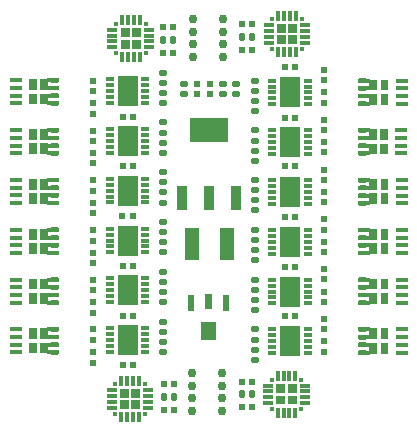
<source format=gbp>
G04*
G04 #@! TF.GenerationSoftware,Altium Limited,Altium Designer,24.6.1 (21)*
G04*
G04 Layer_Color=128*
%FSLAX44Y44*%
%MOMM*%
G71*
G04*
G04 #@! TF.SameCoordinates,C8D772FE-2820-431E-A14A-531BD9A9DE4E*
G04*
G04*
G04 #@! TF.FilePolarity,Positive*
G04*
G01*
G75*
G04:AMPARAMS|DCode=13|XSize=0.4mm|YSize=0.95mm|CornerRadius=0.074mm|HoleSize=0mm|Usage=FLASHONLY|Rotation=90.000|XOffset=0mm|YOffset=0mm|HoleType=Round|Shape=RoundedRectangle|*
%AMROUNDEDRECTD13*
21,1,0.4000,0.8020,0,0,90.0*
21,1,0.2520,0.9500,0,0,90.0*
1,1,0.1480,0.4010,0.1260*
1,1,0.1480,0.4010,-0.1260*
1,1,0.1480,-0.4010,-0.1260*
1,1,0.1480,-0.4010,0.1260*
%
%ADD13ROUNDEDRECTD13*%
%ADD17R,0.5600X0.6000*%
%ADD46R,0.8000X0.3000*%
%ADD47R,1.7500X2.5500*%
%ADD48R,1.2400X2.7300*%
%ADD49R,0.9500X2.1500*%
%ADD50R,3.2500X2.1500*%
G04:AMPARAMS|DCode=51|XSize=0.6mm|YSize=0.54mm|CornerRadius=0.1431mm|HoleSize=0mm|Usage=FLASHONLY|Rotation=0.000|XOffset=0mm|YOffset=0mm|HoleType=Round|Shape=RoundedRectangle|*
%AMROUNDEDRECTD51*
21,1,0.6000,0.2538,0,0,0.0*
21,1,0.3138,0.5400,0,0,0.0*
1,1,0.2862,0.1569,-0.1269*
1,1,0.2862,-0.1569,-0.1269*
1,1,0.2862,-0.1569,0.1269*
1,1,0.2862,0.1569,0.1269*
%
%ADD51ROUNDEDRECTD51*%
%ADD52R,0.6000X0.5600*%
%ADD53R,0.5700X1.4000*%
%ADD56R,0.3000X0.9000*%
%ADD57R,0.3000X0.3000*%
%ADD58R,0.9000X0.3000*%
G04:AMPARAMS|DCode=59|XSize=0.6mm|YSize=0.54mm|CornerRadius=0.1431mm|HoleSize=0mm|Usage=FLASHONLY|Rotation=270.000|XOffset=0mm|YOffset=0mm|HoleType=Round|Shape=RoundedRectangle|*
%AMROUNDEDRECTD59*
21,1,0.6000,0.2538,0,0,270.0*
21,1,0.3138,0.5400,0,0,270.0*
1,1,0.2862,-0.1269,-0.1569*
1,1,0.2862,-0.1269,0.1569*
1,1,0.2862,0.1269,0.1569*
1,1,0.2862,0.1269,-0.1569*
%
%ADD59ROUNDEDRECTD59*%
%ADD60C,0.7620*%
G36*
X278000Y364250D02*
X270501D01*
Y371759D01*
X278000D01*
Y364250D01*
D02*
G37*
G36*
X268500D02*
X260993D01*
Y371757D01*
X268500D01*
Y364250D01*
D02*
G37*
G36*
X145576Y360339D02*
X138063D01*
Y367837D01*
X145576D01*
Y360339D01*
D02*
G37*
G36*
X136061Y360338D02*
X128563D01*
Y367837D01*
X136061D01*
Y360338D01*
D02*
G37*
G36*
X278000Y354750D02*
X270501D01*
Y362249D01*
X278000D01*
Y354750D01*
D02*
G37*
G36*
X268500D02*
X260986D01*
Y362248D01*
X268500D01*
Y354750D01*
D02*
G37*
G36*
X145569Y350830D02*
X138063D01*
Y358337D01*
X145569D01*
Y350830D01*
D02*
G37*
G36*
X136061Y350828D02*
X128563D01*
Y358337D01*
X136061D01*
Y350828D01*
D02*
G37*
G36*
X75348Y325843D02*
X75388Y325833D01*
X75418D01*
X75458Y325823D01*
X75488Y325803D01*
X75518Y325793D01*
X75558Y325773D01*
X75588Y325763D01*
X75618Y325743D01*
X75648Y325723D01*
X75678Y325693D01*
X75708Y325673D01*
X75728Y325643D01*
X75758Y325623D01*
X75778Y325593D01*
X75808Y325563D01*
X75828Y325533D01*
X75848Y325503D01*
X75858Y325473D01*
X75878Y325433D01*
X75888Y325403D01*
X75908Y325373D01*
X75918Y325333D01*
Y325303D01*
X75928Y325263D01*
X75938Y325223D01*
Y322483D01*
X75928Y322443D01*
X75918Y322403D01*
Y322373D01*
X75908Y322333D01*
X75888Y322303D01*
X75878Y322273D01*
X75858Y322233D01*
X75848Y322203D01*
X75828Y322173D01*
X75808Y322143D01*
X75778Y322113D01*
X75758Y322083D01*
X75728Y322063D01*
X75708Y322033D01*
X75678Y322013D01*
X75648Y321983D01*
X75618Y321963D01*
X75588Y321943D01*
X75558Y321933D01*
X75518Y321913D01*
X75488Y321903D01*
X75458Y321883D01*
X75418Y321873D01*
X75388D01*
X75348Y321863D01*
X75308Y321853D01*
X69938D01*
Y325853D01*
X75308D01*
X75348Y325843D01*
D02*
G37*
G36*
X336092Y321677D02*
X330722D01*
X330682Y321687D01*
X330642Y321697D01*
X330612D01*
X330572Y321707D01*
X330542Y321727D01*
X330512Y321737D01*
X330472Y321757D01*
X330442Y321767D01*
X330412Y321787D01*
X330382Y321807D01*
X330352Y321837D01*
X330322Y321857D01*
X330302Y321887D01*
X330272Y321907D01*
X330252Y321937D01*
X330222Y321967D01*
X330202Y321997D01*
X330182Y322027D01*
X330172Y322057D01*
X330152Y322097D01*
X330142Y322127D01*
X330122Y322157D01*
X330112Y322197D01*
Y322227D01*
X330102Y322267D01*
X330092Y322307D01*
Y325047D01*
X330102Y325087D01*
X330112Y325127D01*
Y325157D01*
X330122Y325197D01*
X330142Y325227D01*
X330152Y325257D01*
X330172Y325297D01*
X330182Y325327D01*
X330202Y325357D01*
X330222Y325387D01*
X330252Y325417D01*
X330272Y325447D01*
X330302Y325467D01*
X330322Y325497D01*
X330352Y325517D01*
X330382Y325547D01*
X330412Y325567D01*
X330442Y325587D01*
X330472Y325597D01*
X330512Y325617D01*
X330542Y325627D01*
X330572Y325647D01*
X330612Y325657D01*
X330642D01*
X330682Y325667D01*
X330722Y325677D01*
X336092D01*
Y321677D01*
D02*
G37*
G36*
X67038Y315603D02*
X60438D01*
Y324703D01*
X67038D01*
Y315603D01*
D02*
G37*
G36*
X57438D02*
X50838D01*
Y324703D01*
X57438D01*
Y315603D01*
D02*
G37*
G36*
X355192Y315427D02*
X348592D01*
Y324527D01*
X355192D01*
Y315427D01*
D02*
G37*
G36*
X345592D02*
X338992D01*
Y324527D01*
X345592D01*
Y315427D01*
D02*
G37*
G36*
X75348Y319343D02*
X75388Y319333D01*
X75418D01*
X75458Y319323D01*
X75488Y319303D01*
X75518Y319293D01*
X75558Y319273D01*
X75588Y319263D01*
X75618Y319243D01*
X75648Y319223D01*
X75678Y319193D01*
X75708Y319173D01*
X75728Y319143D01*
X75758Y319123D01*
X75778Y319093D01*
X75808Y319063D01*
X75828Y319033D01*
X75848Y319003D01*
X75858Y318973D01*
X75878Y318933D01*
X75888Y318903D01*
X75908Y318873D01*
X75918Y318833D01*
Y318803D01*
X75928Y318763D01*
X75938Y318723D01*
Y315983D01*
X75928Y315943D01*
X75918Y315903D01*
Y315873D01*
X75908Y315833D01*
X75888Y315803D01*
X75878Y315773D01*
X75858Y315733D01*
X75848Y315703D01*
X75828Y315673D01*
X75808Y315643D01*
X75778Y315613D01*
X75758Y315583D01*
X75728Y315563D01*
X75708Y315533D01*
X75678Y315513D01*
X75648Y315483D01*
X75618Y315463D01*
X75588Y315443D01*
X75558Y315433D01*
X75518Y315413D01*
X75488Y315403D01*
X75458Y315383D01*
X75418Y315373D01*
X75388D01*
X75348Y315363D01*
X75308Y315353D01*
X69938D01*
Y319353D01*
X75308D01*
X75348Y319343D01*
D02*
G37*
G36*
X336092Y315177D02*
X330722D01*
X330682Y315187D01*
X330642Y315197D01*
X330612D01*
X330572Y315207D01*
X330542Y315227D01*
X330512Y315237D01*
X330472Y315257D01*
X330442Y315267D01*
X330412Y315287D01*
X330382Y315307D01*
X330352Y315337D01*
X330322Y315357D01*
X330302Y315387D01*
X330272Y315407D01*
X330252Y315437D01*
X330222Y315467D01*
X330202Y315497D01*
X330182Y315527D01*
X330172Y315557D01*
X330152Y315597D01*
X330142Y315627D01*
X330122Y315657D01*
X330112Y315697D01*
Y315727D01*
X330102Y315767D01*
X330092Y315807D01*
Y318547D01*
X330102Y318587D01*
X330112Y318627D01*
Y318657D01*
X330122Y318697D01*
X330142Y318727D01*
X330152Y318757D01*
X330172Y318797D01*
X330182Y318827D01*
X330202Y318857D01*
X330222Y318887D01*
X330252Y318917D01*
X330272Y318947D01*
X330302Y318967D01*
X330322Y318997D01*
X330352Y319017D01*
X330382Y319047D01*
X330412Y319067D01*
X330442Y319087D01*
X330472Y319097D01*
X330512Y319117D01*
X330542Y319127D01*
X330572Y319147D01*
X330612Y319157D01*
X330642D01*
X330682Y319167D01*
X330722Y319177D01*
X336092D01*
Y315177D01*
D02*
G37*
G36*
X75348Y312843D02*
X75388Y312833D01*
X75418D01*
X75458Y312823D01*
X75488Y312803D01*
X75518Y312793D01*
X75558Y312773D01*
X75588Y312763D01*
X75618Y312743D01*
X75648Y312723D01*
X75678Y312693D01*
X75708Y312673D01*
X75728Y312643D01*
X75758Y312623D01*
X75778Y312593D01*
X75808Y312563D01*
X75828Y312533D01*
X75848Y312503D01*
X75858Y312473D01*
X75878Y312433D01*
X75888Y312403D01*
X75908Y312373D01*
X75918Y312333D01*
Y312303D01*
X75928Y312263D01*
X75938Y312223D01*
Y309483D01*
X75928Y309443D01*
X75918Y309403D01*
Y309373D01*
X75908Y309333D01*
X75888Y309303D01*
X75878Y309273D01*
X75858Y309233D01*
X75848Y309203D01*
X75828Y309173D01*
X75808Y309143D01*
X75778Y309113D01*
X75758Y309083D01*
X75728Y309063D01*
X75708Y309033D01*
X75678Y309013D01*
X75648Y308983D01*
X75618Y308963D01*
X75588Y308943D01*
X75558Y308933D01*
X75518Y308913D01*
X75488Y308903D01*
X75458Y308883D01*
X75418Y308873D01*
X75388D01*
X75348Y308863D01*
X75308Y308853D01*
X69938D01*
Y312853D01*
X75308D01*
X75348Y312843D01*
D02*
G37*
G36*
X336092Y308677D02*
X330722D01*
X330682Y308687D01*
X330642Y308697D01*
X330612D01*
X330572Y308707D01*
X330542Y308727D01*
X330512Y308737D01*
X330472Y308757D01*
X330442Y308767D01*
X330412Y308787D01*
X330382Y308807D01*
X330352Y308837D01*
X330322Y308857D01*
X330302Y308887D01*
X330272Y308907D01*
X330252Y308937D01*
X330222Y308967D01*
X330202Y308997D01*
X330182Y309027D01*
X330172Y309057D01*
X330152Y309097D01*
X330142Y309127D01*
X330122Y309157D01*
X330112Y309197D01*
Y309227D01*
X330102Y309267D01*
X330092Y309307D01*
Y312047D01*
X330102Y312087D01*
X330112Y312127D01*
Y312157D01*
X330122Y312197D01*
X330142Y312227D01*
X330152Y312257D01*
X330172Y312297D01*
X330182Y312327D01*
X330202Y312357D01*
X330222Y312387D01*
X330252Y312417D01*
X330272Y312447D01*
X330302Y312467D01*
X330322Y312497D01*
X330352Y312517D01*
X330382Y312547D01*
X330412Y312567D01*
X330442Y312587D01*
X330472Y312597D01*
X330512Y312617D01*
X330542Y312627D01*
X330572Y312647D01*
X330612Y312657D01*
X330642D01*
X330682Y312667D01*
X330722Y312677D01*
X336092D01*
Y308677D01*
D02*
G37*
G36*
X67038Y303503D02*
X60438D01*
Y312603D01*
X67038D01*
Y303503D01*
D02*
G37*
G36*
X57438D02*
X50838D01*
Y312603D01*
X57438D01*
Y303503D01*
D02*
G37*
G36*
X355192Y303327D02*
X348592D01*
Y312427D01*
X355192D01*
Y303327D01*
D02*
G37*
G36*
X345592D02*
X338992D01*
Y312427D01*
X345592D01*
Y303327D01*
D02*
G37*
G36*
X75348Y306343D02*
X75388Y306333D01*
X75418D01*
X75458Y306323D01*
X75488Y306303D01*
X75518Y306293D01*
X75558Y306273D01*
X75588Y306263D01*
X75618Y306243D01*
X75648Y306223D01*
X75678Y306193D01*
X75708Y306173D01*
X75728Y306143D01*
X75758Y306123D01*
X75778Y306093D01*
X75808Y306063D01*
X75828Y306033D01*
X75848Y306003D01*
X75858Y305973D01*
X75878Y305933D01*
X75888Y305903D01*
X75908Y305873D01*
X75918Y305833D01*
Y305803D01*
X75928Y305763D01*
X75938Y305723D01*
Y302983D01*
X75928Y302943D01*
X75918Y302903D01*
Y302873D01*
X75908Y302833D01*
X75888Y302803D01*
X75878Y302773D01*
X75858Y302733D01*
X75848Y302703D01*
X75828Y302673D01*
X75808Y302643D01*
X75778Y302613D01*
X75758Y302583D01*
X75728Y302563D01*
X75708Y302533D01*
X75678Y302513D01*
X75648Y302483D01*
X75618Y302463D01*
X75588Y302443D01*
X75558Y302433D01*
X75518Y302413D01*
X75488Y302403D01*
X75458Y302383D01*
X75418Y302373D01*
X75388D01*
X75348Y302363D01*
X75308Y302353D01*
X69938D01*
Y306353D01*
X75308D01*
X75348Y306343D01*
D02*
G37*
G36*
X336092Y302177D02*
X330722D01*
X330682Y302187D01*
X330642Y302197D01*
X330612D01*
X330572Y302207D01*
X330542Y302227D01*
X330512Y302237D01*
X330472Y302257D01*
X330442Y302267D01*
X330412Y302287D01*
X330382Y302307D01*
X330352Y302337D01*
X330322Y302357D01*
X330302Y302387D01*
X330272Y302407D01*
X330252Y302437D01*
X330222Y302467D01*
X330202Y302497D01*
X330182Y302527D01*
X330172Y302557D01*
X330152Y302597D01*
X330142Y302627D01*
X330122Y302657D01*
X330112Y302697D01*
Y302727D01*
X330102Y302767D01*
X330092Y302807D01*
Y305547D01*
X330102Y305587D01*
X330112Y305627D01*
Y305657D01*
X330122Y305697D01*
X330142Y305727D01*
X330152Y305757D01*
X330172Y305797D01*
X330182Y305827D01*
X330202Y305857D01*
X330222Y305887D01*
X330252Y305917D01*
X330272Y305947D01*
X330302Y305967D01*
X330322Y305997D01*
X330352Y306017D01*
X330382Y306047D01*
X330412Y306067D01*
X330442Y306087D01*
X330472Y306097D01*
X330512Y306117D01*
X330542Y306127D01*
X330572Y306147D01*
X330612Y306157D01*
X330642D01*
X330682Y306167D01*
X330722Y306177D01*
X336092D01*
Y302177D01*
D02*
G37*
G36*
X75348Y283702D02*
X75388Y283692D01*
X75418D01*
X75458Y283682D01*
X75488Y283662D01*
X75518Y283652D01*
X75558Y283632D01*
X75588Y283622D01*
X75618Y283602D01*
X75648Y283582D01*
X75678Y283552D01*
X75708Y283532D01*
X75728Y283502D01*
X75758Y283482D01*
X75778Y283452D01*
X75808Y283422D01*
X75828Y283392D01*
X75848Y283362D01*
X75858Y283332D01*
X75878Y283292D01*
X75888Y283262D01*
X75908Y283232D01*
X75918Y283192D01*
Y283162D01*
X75928Y283122D01*
X75938Y283082D01*
Y280342D01*
X75928Y280302D01*
X75918Y280262D01*
Y280232D01*
X75908Y280192D01*
X75888Y280162D01*
X75878Y280132D01*
X75858Y280092D01*
X75848Y280062D01*
X75828Y280032D01*
X75808Y280002D01*
X75778Y279972D01*
X75758Y279942D01*
X75728Y279922D01*
X75708Y279892D01*
X75678Y279872D01*
X75648Y279842D01*
X75618Y279822D01*
X75588Y279802D01*
X75558Y279792D01*
X75518Y279772D01*
X75488Y279762D01*
X75458Y279742D01*
X75418Y279732D01*
X75388D01*
X75348Y279722D01*
X75308Y279712D01*
X69938D01*
Y283712D01*
X75308D01*
X75348Y283702D01*
D02*
G37*
G36*
X335843Y279536D02*
X330473D01*
X330433Y279546D01*
X330393Y279556D01*
X330363D01*
X330323Y279566D01*
X330293Y279586D01*
X330263Y279596D01*
X330223Y279616D01*
X330193Y279626D01*
X330163Y279646D01*
X330133Y279666D01*
X330103Y279696D01*
X330073Y279716D01*
X330053Y279746D01*
X330023Y279766D01*
X330003Y279796D01*
X329973Y279826D01*
X329953Y279856D01*
X329933Y279886D01*
X329923Y279916D01*
X329903Y279956D01*
X329893Y279986D01*
X329873Y280016D01*
X329863Y280056D01*
Y280086D01*
X329853Y280126D01*
X329843Y280166D01*
Y282906D01*
X329853Y282946D01*
X329863Y282986D01*
Y283016D01*
X329873Y283056D01*
X329893Y283086D01*
X329903Y283116D01*
X329923Y283156D01*
X329933Y283186D01*
X329953Y283216D01*
X329973Y283246D01*
X330003Y283276D01*
X330023Y283306D01*
X330053Y283326D01*
X330073Y283356D01*
X330103Y283376D01*
X330133Y283406D01*
X330163Y283426D01*
X330193Y283446D01*
X330223Y283456D01*
X330263Y283476D01*
X330293Y283486D01*
X330323Y283506D01*
X330363Y283516D01*
X330393D01*
X330433Y283526D01*
X330473Y283536D01*
X335843D01*
Y279536D01*
D02*
G37*
G36*
X67038Y273462D02*
X60438D01*
Y282562D01*
X67038D01*
Y273462D01*
D02*
G37*
G36*
X57438D02*
X50838D01*
Y282562D01*
X57438D01*
Y273462D01*
D02*
G37*
G36*
X354943Y273286D02*
X348343D01*
Y282386D01*
X354943D01*
Y273286D01*
D02*
G37*
G36*
X345343D02*
X338743D01*
Y282386D01*
X345343D01*
Y273286D01*
D02*
G37*
G36*
X75348Y277202D02*
X75388Y277192D01*
X75418D01*
X75458Y277182D01*
X75488Y277162D01*
X75518Y277152D01*
X75558Y277132D01*
X75588Y277122D01*
X75618Y277102D01*
X75648Y277082D01*
X75678Y277052D01*
X75708Y277032D01*
X75728Y277002D01*
X75758Y276982D01*
X75778Y276952D01*
X75808Y276922D01*
X75828Y276892D01*
X75848Y276862D01*
X75858Y276832D01*
X75878Y276792D01*
X75888Y276762D01*
X75908Y276732D01*
X75918Y276692D01*
Y276662D01*
X75928Y276622D01*
X75938Y276582D01*
Y273842D01*
X75928Y273802D01*
X75918Y273762D01*
Y273732D01*
X75908Y273692D01*
X75888Y273662D01*
X75878Y273632D01*
X75858Y273592D01*
X75848Y273562D01*
X75828Y273532D01*
X75808Y273502D01*
X75778Y273472D01*
X75758Y273442D01*
X75728Y273422D01*
X75708Y273392D01*
X75678Y273372D01*
X75648Y273342D01*
X75618Y273322D01*
X75588Y273302D01*
X75558Y273292D01*
X75518Y273272D01*
X75488Y273262D01*
X75458Y273242D01*
X75418Y273232D01*
X75388D01*
X75348Y273222D01*
X75308Y273212D01*
X69938D01*
Y277212D01*
X75308D01*
X75348Y277202D01*
D02*
G37*
G36*
X335843Y273036D02*
X330473D01*
X330433Y273046D01*
X330393Y273056D01*
X330363D01*
X330323Y273066D01*
X330293Y273086D01*
X330263Y273096D01*
X330223Y273116D01*
X330193Y273126D01*
X330163Y273146D01*
X330133Y273166D01*
X330103Y273196D01*
X330073Y273216D01*
X330053Y273246D01*
X330023Y273266D01*
X330003Y273296D01*
X329973Y273326D01*
X329953Y273356D01*
X329933Y273386D01*
X329923Y273416D01*
X329903Y273456D01*
X329893Y273486D01*
X329873Y273516D01*
X329863Y273556D01*
Y273586D01*
X329853Y273626D01*
X329843Y273666D01*
Y276406D01*
X329853Y276446D01*
X329863Y276486D01*
Y276516D01*
X329873Y276556D01*
X329893Y276586D01*
X329903Y276616D01*
X329923Y276656D01*
X329933Y276686D01*
X329953Y276716D01*
X329973Y276746D01*
X330003Y276776D01*
X330023Y276806D01*
X330053Y276826D01*
X330073Y276856D01*
X330103Y276876D01*
X330133Y276906D01*
X330163Y276926D01*
X330193Y276946D01*
X330223Y276956D01*
X330263Y276976D01*
X330293Y276986D01*
X330323Y277006D01*
X330363Y277016D01*
X330393D01*
X330433Y277026D01*
X330473Y277036D01*
X335843D01*
Y273036D01*
D02*
G37*
G36*
X75348Y270702D02*
X75388Y270692D01*
X75418D01*
X75458Y270682D01*
X75488Y270662D01*
X75518Y270652D01*
X75558Y270632D01*
X75588Y270622D01*
X75618Y270602D01*
X75648Y270582D01*
X75678Y270552D01*
X75708Y270532D01*
X75728Y270502D01*
X75758Y270482D01*
X75778Y270452D01*
X75808Y270422D01*
X75828Y270392D01*
X75848Y270362D01*
X75858Y270332D01*
X75878Y270292D01*
X75888Y270262D01*
X75908Y270232D01*
X75918Y270192D01*
Y270162D01*
X75928Y270122D01*
X75938Y270082D01*
Y267342D01*
X75928Y267302D01*
X75918Y267262D01*
Y267232D01*
X75908Y267192D01*
X75888Y267162D01*
X75878Y267132D01*
X75858Y267092D01*
X75848Y267062D01*
X75828Y267032D01*
X75808Y267002D01*
X75778Y266972D01*
X75758Y266942D01*
X75728Y266922D01*
X75708Y266892D01*
X75678Y266872D01*
X75648Y266842D01*
X75618Y266822D01*
X75588Y266802D01*
X75558Y266792D01*
X75518Y266772D01*
X75488Y266762D01*
X75458Y266742D01*
X75418Y266732D01*
X75388D01*
X75348Y266722D01*
X75308Y266712D01*
X69938D01*
Y270712D01*
X75308D01*
X75348Y270702D01*
D02*
G37*
G36*
X335843Y266536D02*
X330473D01*
X330433Y266546D01*
X330393Y266556D01*
X330363D01*
X330323Y266566D01*
X330293Y266586D01*
X330263Y266596D01*
X330223Y266616D01*
X330193Y266626D01*
X330163Y266646D01*
X330133Y266666D01*
X330103Y266696D01*
X330073Y266716D01*
X330053Y266746D01*
X330023Y266766D01*
X330003Y266796D01*
X329973Y266826D01*
X329953Y266856D01*
X329933Y266886D01*
X329923Y266916D01*
X329903Y266956D01*
X329893Y266986D01*
X329873Y267016D01*
X329863Y267056D01*
Y267086D01*
X329853Y267126D01*
X329843Y267166D01*
Y269906D01*
X329853Y269946D01*
X329863Y269986D01*
Y270016D01*
X329873Y270056D01*
X329893Y270086D01*
X329903Y270116D01*
X329923Y270156D01*
X329933Y270186D01*
X329953Y270216D01*
X329973Y270246D01*
X330003Y270276D01*
X330023Y270306D01*
X330053Y270326D01*
X330073Y270356D01*
X330103Y270376D01*
X330133Y270406D01*
X330163Y270426D01*
X330193Y270446D01*
X330223Y270456D01*
X330263Y270476D01*
X330293Y270486D01*
X330323Y270506D01*
X330363Y270516D01*
X330393D01*
X330433Y270526D01*
X330473Y270536D01*
X335843D01*
Y266536D01*
D02*
G37*
G36*
X67038Y261362D02*
X60438D01*
Y270462D01*
X67038D01*
Y261362D01*
D02*
G37*
G36*
X57438D02*
X50838D01*
Y270462D01*
X57438D01*
Y261362D01*
D02*
G37*
G36*
X354943Y261186D02*
X348343D01*
Y270286D01*
X354943D01*
Y261186D01*
D02*
G37*
G36*
X345343D02*
X338743D01*
Y270286D01*
X345343D01*
Y261186D01*
D02*
G37*
G36*
X75348Y264202D02*
X75388Y264192D01*
X75418D01*
X75458Y264182D01*
X75488Y264162D01*
X75518Y264152D01*
X75558Y264132D01*
X75588Y264122D01*
X75618Y264102D01*
X75648Y264082D01*
X75678Y264052D01*
X75708Y264032D01*
X75728Y264002D01*
X75758Y263982D01*
X75778Y263952D01*
X75808Y263922D01*
X75828Y263892D01*
X75848Y263862D01*
X75858Y263832D01*
X75878Y263792D01*
X75888Y263762D01*
X75908Y263732D01*
X75918Y263692D01*
Y263662D01*
X75928Y263622D01*
X75938Y263582D01*
Y260842D01*
X75928Y260802D01*
X75918Y260762D01*
Y260732D01*
X75908Y260692D01*
X75888Y260662D01*
X75878Y260632D01*
X75858Y260592D01*
X75848Y260562D01*
X75828Y260532D01*
X75808Y260502D01*
X75778Y260472D01*
X75758Y260442D01*
X75728Y260422D01*
X75708Y260392D01*
X75678Y260372D01*
X75648Y260342D01*
X75618Y260322D01*
X75588Y260302D01*
X75558Y260292D01*
X75518Y260272D01*
X75488Y260262D01*
X75458Y260242D01*
X75418Y260232D01*
X75388D01*
X75348Y260222D01*
X75308Y260212D01*
X69938D01*
Y264212D01*
X75308D01*
X75348Y264202D01*
D02*
G37*
G36*
X335843Y260036D02*
X330473D01*
X330433Y260046D01*
X330393Y260056D01*
X330363D01*
X330323Y260066D01*
X330293Y260086D01*
X330263Y260096D01*
X330223Y260116D01*
X330193Y260126D01*
X330163Y260146D01*
X330133Y260166D01*
X330103Y260196D01*
X330073Y260216D01*
X330053Y260246D01*
X330023Y260266D01*
X330003Y260296D01*
X329973Y260326D01*
X329953Y260356D01*
X329933Y260386D01*
X329923Y260416D01*
X329903Y260456D01*
X329893Y260486D01*
X329873Y260516D01*
X329863Y260556D01*
Y260586D01*
X329853Y260626D01*
X329843Y260666D01*
Y263406D01*
X329853Y263446D01*
X329863Y263486D01*
Y263516D01*
X329873Y263556D01*
X329893Y263586D01*
X329903Y263616D01*
X329923Y263656D01*
X329933Y263686D01*
X329953Y263716D01*
X329973Y263746D01*
X330003Y263776D01*
X330023Y263806D01*
X330053Y263826D01*
X330073Y263856D01*
X330103Y263876D01*
X330133Y263906D01*
X330163Y263926D01*
X330193Y263946D01*
X330223Y263956D01*
X330263Y263976D01*
X330293Y263986D01*
X330323Y264006D01*
X330363Y264016D01*
X330393D01*
X330433Y264026D01*
X330473Y264036D01*
X335843D01*
Y260036D01*
D02*
G37*
G36*
X75348Y241561D02*
X75388Y241551D01*
X75418D01*
X75458Y241541D01*
X75488Y241521D01*
X75518Y241511D01*
X75558Y241491D01*
X75588Y241481D01*
X75618Y241461D01*
X75648Y241441D01*
X75678Y241411D01*
X75708Y241391D01*
X75728Y241361D01*
X75758Y241341D01*
X75778Y241311D01*
X75808Y241281D01*
X75828Y241251D01*
X75848Y241221D01*
X75858Y241191D01*
X75878Y241151D01*
X75888Y241121D01*
X75908Y241091D01*
X75918Y241051D01*
Y241021D01*
X75928Y240981D01*
X75938Y240941D01*
Y238201D01*
X75928Y238161D01*
X75918Y238121D01*
Y238091D01*
X75908Y238051D01*
X75888Y238021D01*
X75878Y237991D01*
X75858Y237951D01*
X75848Y237921D01*
X75828Y237891D01*
X75808Y237861D01*
X75778Y237831D01*
X75758Y237801D01*
X75728Y237781D01*
X75708Y237751D01*
X75678Y237731D01*
X75648Y237701D01*
X75618Y237681D01*
X75588Y237661D01*
X75558Y237651D01*
X75518Y237631D01*
X75488Y237621D01*
X75458Y237601D01*
X75418Y237591D01*
X75388D01*
X75348Y237581D01*
X75308Y237571D01*
X69938D01*
Y241571D01*
X75308D01*
X75348Y241561D01*
D02*
G37*
G36*
X336172Y237395D02*
X330802D01*
X330762Y237405D01*
X330722Y237415D01*
X330692D01*
X330652Y237425D01*
X330622Y237445D01*
X330592Y237455D01*
X330552Y237475D01*
X330522Y237485D01*
X330492Y237505D01*
X330462Y237525D01*
X330432Y237555D01*
X330402Y237575D01*
X330382Y237605D01*
X330352Y237625D01*
X330332Y237655D01*
X330302Y237685D01*
X330282Y237715D01*
X330262Y237745D01*
X330252Y237775D01*
X330232Y237815D01*
X330222Y237845D01*
X330202Y237875D01*
X330192Y237915D01*
Y237945D01*
X330182Y237985D01*
X330172Y238025D01*
Y240765D01*
X330182Y240805D01*
X330192Y240845D01*
Y240875D01*
X330202Y240915D01*
X330222Y240945D01*
X330232Y240975D01*
X330252Y241015D01*
X330262Y241045D01*
X330282Y241075D01*
X330302Y241105D01*
X330332Y241135D01*
X330352Y241165D01*
X330382Y241185D01*
X330402Y241215D01*
X330432Y241235D01*
X330462Y241265D01*
X330492Y241285D01*
X330522Y241305D01*
X330552Y241315D01*
X330592Y241335D01*
X330622Y241345D01*
X330652Y241365D01*
X330692Y241375D01*
X330722D01*
X330762Y241385D01*
X330802Y241395D01*
X336172D01*
Y237395D01*
D02*
G37*
G36*
X67038Y231321D02*
X60438D01*
Y240421D01*
X67038D01*
Y231321D01*
D02*
G37*
G36*
X57438D02*
X50838D01*
Y240421D01*
X57438D01*
Y231321D01*
D02*
G37*
G36*
X355272Y231145D02*
X348672D01*
Y240245D01*
X355272D01*
Y231145D01*
D02*
G37*
G36*
X345672D02*
X339072D01*
Y240245D01*
X345672D01*
Y231145D01*
D02*
G37*
G36*
X75348Y235061D02*
X75388Y235051D01*
X75418D01*
X75458Y235041D01*
X75488Y235021D01*
X75518Y235011D01*
X75558Y234991D01*
X75588Y234981D01*
X75618Y234961D01*
X75648Y234941D01*
X75678Y234911D01*
X75708Y234891D01*
X75728Y234861D01*
X75758Y234841D01*
X75778Y234811D01*
X75808Y234781D01*
X75828Y234751D01*
X75848Y234721D01*
X75858Y234691D01*
X75878Y234651D01*
X75888Y234621D01*
X75908Y234591D01*
X75918Y234551D01*
Y234521D01*
X75928Y234481D01*
X75938Y234441D01*
Y231701D01*
X75928Y231661D01*
X75918Y231621D01*
Y231591D01*
X75908Y231551D01*
X75888Y231521D01*
X75878Y231491D01*
X75858Y231451D01*
X75848Y231421D01*
X75828Y231391D01*
X75808Y231361D01*
X75778Y231331D01*
X75758Y231301D01*
X75728Y231281D01*
X75708Y231251D01*
X75678Y231231D01*
X75648Y231201D01*
X75618Y231181D01*
X75588Y231161D01*
X75558Y231151D01*
X75518Y231131D01*
X75488Y231121D01*
X75458Y231101D01*
X75418Y231091D01*
X75388D01*
X75348Y231081D01*
X75308Y231071D01*
X69938D01*
Y235071D01*
X75308D01*
X75348Y235061D01*
D02*
G37*
G36*
X336172Y230895D02*
X330802D01*
X330762Y230905D01*
X330722Y230915D01*
X330692D01*
X330652Y230925D01*
X330622Y230945D01*
X330592Y230955D01*
X330552Y230975D01*
X330522Y230985D01*
X330492Y231005D01*
X330462Y231025D01*
X330432Y231055D01*
X330402Y231075D01*
X330382Y231105D01*
X330352Y231125D01*
X330332Y231155D01*
X330302Y231185D01*
X330282Y231215D01*
X330262Y231245D01*
X330252Y231275D01*
X330232Y231315D01*
X330222Y231345D01*
X330202Y231375D01*
X330192Y231415D01*
Y231445D01*
X330182Y231485D01*
X330172Y231525D01*
Y234265D01*
X330182Y234305D01*
X330192Y234345D01*
Y234375D01*
X330202Y234415D01*
X330222Y234445D01*
X330232Y234475D01*
X330252Y234515D01*
X330262Y234545D01*
X330282Y234575D01*
X330302Y234605D01*
X330332Y234635D01*
X330352Y234665D01*
X330382Y234685D01*
X330402Y234715D01*
X330432Y234735D01*
X330462Y234765D01*
X330492Y234785D01*
X330522Y234805D01*
X330552Y234815D01*
X330592Y234835D01*
X330622Y234845D01*
X330652Y234865D01*
X330692Y234875D01*
X330722D01*
X330762Y234885D01*
X330802Y234895D01*
X336172D01*
Y230895D01*
D02*
G37*
G36*
X75348Y228561D02*
X75388Y228551D01*
X75418D01*
X75458Y228541D01*
X75488Y228521D01*
X75518Y228511D01*
X75558Y228491D01*
X75588Y228481D01*
X75618Y228461D01*
X75648Y228441D01*
X75678Y228411D01*
X75708Y228391D01*
X75728Y228361D01*
X75758Y228341D01*
X75778Y228311D01*
X75808Y228281D01*
X75828Y228251D01*
X75848Y228221D01*
X75858Y228191D01*
X75878Y228151D01*
X75888Y228121D01*
X75908Y228091D01*
X75918Y228051D01*
Y228021D01*
X75928Y227981D01*
X75938Y227941D01*
Y225201D01*
X75928Y225161D01*
X75918Y225121D01*
Y225091D01*
X75908Y225051D01*
X75888Y225021D01*
X75878Y224991D01*
X75858Y224951D01*
X75848Y224921D01*
X75828Y224891D01*
X75808Y224861D01*
X75778Y224831D01*
X75758Y224801D01*
X75728Y224781D01*
X75708Y224751D01*
X75678Y224731D01*
X75648Y224701D01*
X75618Y224681D01*
X75588Y224661D01*
X75558Y224651D01*
X75518Y224631D01*
X75488Y224621D01*
X75458Y224601D01*
X75418Y224591D01*
X75388D01*
X75348Y224581D01*
X75308Y224571D01*
X69938D01*
Y228571D01*
X75308D01*
X75348Y228561D01*
D02*
G37*
G36*
X336172Y224395D02*
X330802D01*
X330762Y224405D01*
X330722Y224415D01*
X330692D01*
X330652Y224425D01*
X330622Y224445D01*
X330592Y224455D01*
X330552Y224475D01*
X330522Y224485D01*
X330492Y224505D01*
X330462Y224525D01*
X330432Y224555D01*
X330402Y224575D01*
X330382Y224605D01*
X330352Y224625D01*
X330332Y224655D01*
X330302Y224685D01*
X330282Y224715D01*
X330262Y224745D01*
X330252Y224775D01*
X330232Y224815D01*
X330222Y224845D01*
X330202Y224875D01*
X330192Y224915D01*
Y224945D01*
X330182Y224985D01*
X330172Y225025D01*
Y227765D01*
X330182Y227805D01*
X330192Y227845D01*
Y227875D01*
X330202Y227915D01*
X330222Y227945D01*
X330232Y227975D01*
X330252Y228015D01*
X330262Y228045D01*
X330282Y228075D01*
X330302Y228105D01*
X330332Y228135D01*
X330352Y228165D01*
X330382Y228185D01*
X330402Y228215D01*
X330432Y228235D01*
X330462Y228265D01*
X330492Y228285D01*
X330522Y228305D01*
X330552Y228315D01*
X330592Y228335D01*
X330622Y228345D01*
X330652Y228365D01*
X330692Y228375D01*
X330722D01*
X330762Y228385D01*
X330802Y228395D01*
X336172D01*
Y224395D01*
D02*
G37*
G36*
X67038Y219221D02*
X60438D01*
Y228321D01*
X67038D01*
Y219221D01*
D02*
G37*
G36*
X57438D02*
X50838D01*
Y228321D01*
X57438D01*
Y219221D01*
D02*
G37*
G36*
X355272Y219045D02*
X348672D01*
Y228145D01*
X355272D01*
Y219045D01*
D02*
G37*
G36*
X345672D02*
X339072D01*
Y228145D01*
X345672D01*
Y219045D01*
D02*
G37*
G36*
X75348Y222061D02*
X75388Y222051D01*
X75418D01*
X75458Y222041D01*
X75488Y222021D01*
X75518Y222011D01*
X75558Y221991D01*
X75588Y221981D01*
X75618Y221961D01*
X75648Y221941D01*
X75678Y221911D01*
X75708Y221891D01*
X75728Y221861D01*
X75758Y221841D01*
X75778Y221811D01*
X75808Y221781D01*
X75828Y221751D01*
X75848Y221721D01*
X75858Y221691D01*
X75878Y221651D01*
X75888Y221621D01*
X75908Y221591D01*
X75918Y221551D01*
Y221521D01*
X75928Y221481D01*
X75938Y221441D01*
Y218701D01*
X75928Y218661D01*
X75918Y218621D01*
Y218591D01*
X75908Y218551D01*
X75888Y218521D01*
X75878Y218491D01*
X75858Y218451D01*
X75848Y218421D01*
X75828Y218391D01*
X75808Y218361D01*
X75778Y218331D01*
X75758Y218301D01*
X75728Y218281D01*
X75708Y218251D01*
X75678Y218231D01*
X75648Y218201D01*
X75618Y218181D01*
X75588Y218161D01*
X75558Y218151D01*
X75518Y218131D01*
X75488Y218121D01*
X75458Y218101D01*
X75418Y218091D01*
X75388D01*
X75348Y218081D01*
X75308Y218071D01*
X69938D01*
Y222071D01*
X75308D01*
X75348Y222061D01*
D02*
G37*
G36*
X336172Y217895D02*
X330802D01*
X330762Y217905D01*
X330722Y217915D01*
X330692D01*
X330652Y217925D01*
X330622Y217945D01*
X330592Y217955D01*
X330552Y217975D01*
X330522Y217985D01*
X330492Y218005D01*
X330462Y218025D01*
X330432Y218055D01*
X330402Y218075D01*
X330382Y218105D01*
X330352Y218125D01*
X330332Y218155D01*
X330302Y218185D01*
X330282Y218215D01*
X330262Y218245D01*
X330252Y218275D01*
X330232Y218315D01*
X330222Y218345D01*
X330202Y218375D01*
X330192Y218415D01*
Y218445D01*
X330182Y218485D01*
X330172Y218525D01*
Y221265D01*
X330182Y221305D01*
X330192Y221345D01*
Y221375D01*
X330202Y221415D01*
X330222Y221445D01*
X330232Y221475D01*
X330252Y221515D01*
X330262Y221545D01*
X330282Y221575D01*
X330302Y221605D01*
X330332Y221635D01*
X330352Y221665D01*
X330382Y221685D01*
X330402Y221715D01*
X330432Y221735D01*
X330462Y221765D01*
X330492Y221785D01*
X330522Y221805D01*
X330552Y221815D01*
X330592Y221835D01*
X330622Y221845D01*
X330652Y221865D01*
X330692Y221875D01*
X330722D01*
X330762Y221885D01*
X330802Y221895D01*
X336172D01*
Y217895D01*
D02*
G37*
G36*
X75348Y199333D02*
X75388Y199323D01*
X75418D01*
X75458Y199313D01*
X75488Y199293D01*
X75518Y199283D01*
X75558Y199263D01*
X75588Y199253D01*
X75618Y199233D01*
X75648Y199213D01*
X75678Y199183D01*
X75708Y199163D01*
X75728Y199133D01*
X75758Y199113D01*
X75778Y199083D01*
X75808Y199053D01*
X75828Y199023D01*
X75848Y198993D01*
X75858Y198963D01*
X75878Y198923D01*
X75888Y198893D01*
X75908Y198863D01*
X75918Y198823D01*
Y198793D01*
X75928Y198753D01*
X75938Y198713D01*
Y195973D01*
X75928Y195933D01*
X75918Y195893D01*
Y195863D01*
X75908Y195823D01*
X75888Y195793D01*
X75878Y195763D01*
X75858Y195723D01*
X75848Y195693D01*
X75828Y195663D01*
X75808Y195633D01*
X75778Y195603D01*
X75758Y195573D01*
X75728Y195553D01*
X75708Y195523D01*
X75678Y195503D01*
X75648Y195473D01*
X75618Y195453D01*
X75588Y195433D01*
X75558Y195423D01*
X75518Y195403D01*
X75488Y195393D01*
X75458Y195373D01*
X75418Y195363D01*
X75388D01*
X75348Y195353D01*
X75308Y195343D01*
X69938D01*
Y199343D01*
X75308D01*
X75348Y199333D01*
D02*
G37*
G36*
X336092Y195167D02*
X330722D01*
X330682Y195177D01*
X330642Y195187D01*
X330612D01*
X330572Y195197D01*
X330542Y195217D01*
X330512Y195227D01*
X330472Y195247D01*
X330442Y195257D01*
X330412Y195277D01*
X330382Y195297D01*
X330352Y195327D01*
X330322Y195347D01*
X330302Y195377D01*
X330272Y195397D01*
X330252Y195427D01*
X330222Y195457D01*
X330202Y195487D01*
X330182Y195517D01*
X330172Y195547D01*
X330152Y195587D01*
X330142Y195617D01*
X330122Y195647D01*
X330112Y195687D01*
Y195717D01*
X330102Y195757D01*
X330092Y195797D01*
Y198537D01*
X330102Y198577D01*
X330112Y198617D01*
Y198647D01*
X330122Y198687D01*
X330142Y198717D01*
X330152Y198747D01*
X330172Y198787D01*
X330182Y198817D01*
X330202Y198847D01*
X330222Y198877D01*
X330252Y198907D01*
X330272Y198937D01*
X330302Y198957D01*
X330322Y198987D01*
X330352Y199007D01*
X330382Y199037D01*
X330412Y199057D01*
X330442Y199077D01*
X330472Y199087D01*
X330512Y199107D01*
X330542Y199117D01*
X330572Y199137D01*
X330612Y199147D01*
X330642D01*
X330682Y199157D01*
X330722Y199167D01*
X336092D01*
Y195167D01*
D02*
G37*
G36*
X67038Y189093D02*
X60438D01*
Y198193D01*
X67038D01*
Y189093D01*
D02*
G37*
G36*
X57438D02*
X50838D01*
Y198193D01*
X57438D01*
Y189093D01*
D02*
G37*
G36*
X355192Y188917D02*
X348592D01*
Y198017D01*
X355192D01*
Y188917D01*
D02*
G37*
G36*
X345592D02*
X338992D01*
Y198017D01*
X345592D01*
Y188917D01*
D02*
G37*
G36*
X75348Y192833D02*
X75388Y192823D01*
X75418D01*
X75458Y192813D01*
X75488Y192793D01*
X75518Y192783D01*
X75558Y192763D01*
X75588Y192753D01*
X75618Y192733D01*
X75648Y192713D01*
X75678Y192683D01*
X75708Y192663D01*
X75728Y192633D01*
X75758Y192613D01*
X75778Y192583D01*
X75808Y192553D01*
X75828Y192523D01*
X75848Y192493D01*
X75858Y192463D01*
X75878Y192423D01*
X75888Y192393D01*
X75908Y192363D01*
X75918Y192323D01*
Y192293D01*
X75928Y192253D01*
X75938Y192213D01*
Y189473D01*
X75928Y189433D01*
X75918Y189393D01*
Y189363D01*
X75908Y189323D01*
X75888Y189293D01*
X75878Y189263D01*
X75858Y189223D01*
X75848Y189193D01*
X75828Y189163D01*
X75808Y189133D01*
X75778Y189103D01*
X75758Y189073D01*
X75728Y189053D01*
X75708Y189023D01*
X75678Y189003D01*
X75648Y188973D01*
X75618Y188953D01*
X75588Y188933D01*
X75558Y188923D01*
X75518Y188903D01*
X75488Y188893D01*
X75458Y188873D01*
X75418Y188863D01*
X75388D01*
X75348Y188853D01*
X75308Y188843D01*
X69938D01*
Y192843D01*
X75308D01*
X75348Y192833D01*
D02*
G37*
G36*
X336092Y188667D02*
X330722D01*
X330682Y188677D01*
X330642Y188687D01*
X330612D01*
X330572Y188697D01*
X330542Y188717D01*
X330512Y188727D01*
X330472Y188747D01*
X330442Y188757D01*
X330412Y188777D01*
X330382Y188797D01*
X330352Y188827D01*
X330322Y188847D01*
X330302Y188877D01*
X330272Y188897D01*
X330252Y188927D01*
X330222Y188957D01*
X330202Y188987D01*
X330182Y189017D01*
X330172Y189047D01*
X330152Y189087D01*
X330142Y189117D01*
X330122Y189147D01*
X330112Y189187D01*
Y189217D01*
X330102Y189257D01*
X330092Y189297D01*
Y192037D01*
X330102Y192077D01*
X330112Y192117D01*
Y192147D01*
X330122Y192187D01*
X330142Y192217D01*
X330152Y192247D01*
X330172Y192287D01*
X330182Y192317D01*
X330202Y192347D01*
X330222Y192377D01*
X330252Y192407D01*
X330272Y192437D01*
X330302Y192457D01*
X330322Y192487D01*
X330352Y192507D01*
X330382Y192537D01*
X330412Y192557D01*
X330442Y192577D01*
X330472Y192587D01*
X330512Y192607D01*
X330542Y192617D01*
X330572Y192637D01*
X330612Y192647D01*
X330642D01*
X330682Y192657D01*
X330722Y192667D01*
X336092D01*
Y188667D01*
D02*
G37*
G36*
X75348Y186333D02*
X75388Y186323D01*
X75418D01*
X75458Y186313D01*
X75488Y186293D01*
X75518Y186283D01*
X75558Y186263D01*
X75588Y186253D01*
X75618Y186233D01*
X75648Y186213D01*
X75678Y186183D01*
X75708Y186163D01*
X75728Y186133D01*
X75758Y186113D01*
X75778Y186083D01*
X75808Y186053D01*
X75828Y186023D01*
X75848Y185993D01*
X75858Y185963D01*
X75878Y185923D01*
X75888Y185893D01*
X75908Y185863D01*
X75918Y185823D01*
Y185793D01*
X75928Y185753D01*
X75938Y185713D01*
Y182973D01*
X75928Y182933D01*
X75918Y182893D01*
Y182863D01*
X75908Y182823D01*
X75888Y182793D01*
X75878Y182763D01*
X75858Y182723D01*
X75848Y182693D01*
X75828Y182663D01*
X75808Y182633D01*
X75778Y182603D01*
X75758Y182573D01*
X75728Y182553D01*
X75708Y182523D01*
X75678Y182503D01*
X75648Y182473D01*
X75618Y182453D01*
X75588Y182433D01*
X75558Y182423D01*
X75518Y182403D01*
X75488Y182393D01*
X75458Y182373D01*
X75418Y182363D01*
X75388D01*
X75348Y182353D01*
X75308Y182343D01*
X69938D01*
Y186343D01*
X75308D01*
X75348Y186333D01*
D02*
G37*
G36*
X336092Y182167D02*
X330722D01*
X330682Y182177D01*
X330642Y182187D01*
X330612D01*
X330572Y182197D01*
X330542Y182217D01*
X330512Y182227D01*
X330472Y182247D01*
X330442Y182257D01*
X330412Y182277D01*
X330382Y182297D01*
X330352Y182327D01*
X330322Y182347D01*
X330302Y182377D01*
X330272Y182397D01*
X330252Y182427D01*
X330222Y182457D01*
X330202Y182487D01*
X330182Y182517D01*
X330172Y182547D01*
X330152Y182587D01*
X330142Y182617D01*
X330122Y182647D01*
X330112Y182687D01*
Y182717D01*
X330102Y182757D01*
X330092Y182797D01*
Y185537D01*
X330102Y185577D01*
X330112Y185617D01*
Y185647D01*
X330122Y185687D01*
X330142Y185717D01*
X330152Y185747D01*
X330172Y185787D01*
X330182Y185817D01*
X330202Y185847D01*
X330222Y185877D01*
X330252Y185907D01*
X330272Y185937D01*
X330302Y185957D01*
X330322Y185987D01*
X330352Y186007D01*
X330382Y186037D01*
X330412Y186057D01*
X330442Y186077D01*
X330472Y186087D01*
X330512Y186107D01*
X330542Y186117D01*
X330572Y186137D01*
X330612Y186147D01*
X330642D01*
X330682Y186157D01*
X330722Y186167D01*
X336092D01*
Y182167D01*
D02*
G37*
G36*
X67038Y176993D02*
X60438D01*
Y186093D01*
X67038D01*
Y176993D01*
D02*
G37*
G36*
X57438D02*
X50838D01*
Y186093D01*
X57438D01*
Y176993D01*
D02*
G37*
G36*
X355192Y176817D02*
X348592D01*
Y185917D01*
X355192D01*
Y176817D01*
D02*
G37*
G36*
X345592D02*
X338992D01*
Y185917D01*
X345592D01*
Y176817D01*
D02*
G37*
G36*
X75348Y179833D02*
X75388Y179823D01*
X75418D01*
X75458Y179813D01*
X75488Y179793D01*
X75518Y179783D01*
X75558Y179763D01*
X75588Y179753D01*
X75618Y179733D01*
X75648Y179713D01*
X75678Y179683D01*
X75708Y179663D01*
X75728Y179633D01*
X75758Y179613D01*
X75778Y179583D01*
X75808Y179553D01*
X75828Y179523D01*
X75848Y179493D01*
X75858Y179463D01*
X75878Y179423D01*
X75888Y179393D01*
X75908Y179363D01*
X75918Y179323D01*
Y179293D01*
X75928Y179253D01*
X75938Y179213D01*
Y176473D01*
X75928Y176433D01*
X75918Y176393D01*
Y176363D01*
X75908Y176323D01*
X75888Y176293D01*
X75878Y176263D01*
X75858Y176223D01*
X75848Y176193D01*
X75828Y176163D01*
X75808Y176133D01*
X75778Y176103D01*
X75758Y176073D01*
X75728Y176053D01*
X75708Y176023D01*
X75678Y176003D01*
X75648Y175973D01*
X75618Y175953D01*
X75588Y175933D01*
X75558Y175923D01*
X75518Y175903D01*
X75488Y175893D01*
X75458Y175873D01*
X75418Y175863D01*
X75388D01*
X75348Y175853D01*
X75308Y175843D01*
X69938D01*
Y179843D01*
X75308D01*
X75348Y179833D01*
D02*
G37*
G36*
X336092Y175667D02*
X330722D01*
X330682Y175677D01*
X330642Y175687D01*
X330612D01*
X330572Y175697D01*
X330542Y175717D01*
X330512Y175727D01*
X330472Y175747D01*
X330442Y175757D01*
X330412Y175777D01*
X330382Y175797D01*
X330352Y175827D01*
X330322Y175847D01*
X330302Y175877D01*
X330272Y175897D01*
X330252Y175927D01*
X330222Y175957D01*
X330202Y175987D01*
X330182Y176017D01*
X330172Y176047D01*
X330152Y176087D01*
X330142Y176117D01*
X330122Y176147D01*
X330112Y176187D01*
Y176217D01*
X330102Y176257D01*
X330092Y176297D01*
Y179037D01*
X330102Y179077D01*
X330112Y179117D01*
Y179147D01*
X330122Y179187D01*
X330142Y179217D01*
X330152Y179247D01*
X330172Y179287D01*
X330182Y179317D01*
X330202Y179347D01*
X330222Y179377D01*
X330252Y179407D01*
X330272Y179437D01*
X330302Y179457D01*
X330322Y179487D01*
X330352Y179507D01*
X330382Y179537D01*
X330412Y179557D01*
X330442Y179577D01*
X330472Y179587D01*
X330512Y179607D01*
X330542Y179617D01*
X330572Y179637D01*
X330612Y179647D01*
X330642D01*
X330682Y179657D01*
X330722Y179667D01*
X336092D01*
Y175667D01*
D02*
G37*
G36*
X75348Y157280D02*
X75388Y157270D01*
X75418D01*
X75458Y157260D01*
X75488Y157240D01*
X75518Y157230D01*
X75558Y157210D01*
X75588Y157200D01*
X75618Y157180D01*
X75648Y157160D01*
X75678Y157130D01*
X75708Y157110D01*
X75728Y157080D01*
X75758Y157060D01*
X75778Y157030D01*
X75808Y157000D01*
X75828Y156970D01*
X75848Y156940D01*
X75858Y156910D01*
X75878Y156870D01*
X75888Y156840D01*
X75908Y156810D01*
X75918Y156770D01*
Y156740D01*
X75928Y156700D01*
X75938Y156660D01*
Y153920D01*
X75928Y153880D01*
X75918Y153840D01*
Y153810D01*
X75908Y153770D01*
X75888Y153740D01*
X75878Y153710D01*
X75858Y153670D01*
X75848Y153640D01*
X75828Y153610D01*
X75808Y153580D01*
X75778Y153550D01*
X75758Y153520D01*
X75728Y153500D01*
X75708Y153470D01*
X75678Y153450D01*
X75648Y153420D01*
X75618Y153400D01*
X75588Y153380D01*
X75558Y153370D01*
X75518Y153350D01*
X75488Y153340D01*
X75458Y153320D01*
X75418Y153310D01*
X75388D01*
X75348Y153300D01*
X75308Y153290D01*
X69938D01*
Y157290D01*
X75308D01*
X75348Y157280D01*
D02*
G37*
G36*
X336092Y153113D02*
X330722D01*
X330682Y153123D01*
X330642Y153133D01*
X330612D01*
X330572Y153143D01*
X330542Y153163D01*
X330512Y153173D01*
X330472Y153193D01*
X330442Y153203D01*
X330412Y153223D01*
X330382Y153243D01*
X330352Y153273D01*
X330322Y153293D01*
X330302Y153323D01*
X330272Y153343D01*
X330252Y153373D01*
X330222Y153403D01*
X330202Y153433D01*
X330182Y153463D01*
X330172Y153493D01*
X330152Y153533D01*
X330142Y153563D01*
X330122Y153593D01*
X330112Y153633D01*
Y153663D01*
X330102Y153703D01*
X330092Y153743D01*
Y156483D01*
X330102Y156523D01*
X330112Y156563D01*
Y156593D01*
X330122Y156633D01*
X330142Y156663D01*
X330152Y156693D01*
X330172Y156733D01*
X330182Y156763D01*
X330202Y156793D01*
X330222Y156823D01*
X330252Y156853D01*
X330272Y156883D01*
X330302Y156903D01*
X330322Y156933D01*
X330352Y156953D01*
X330382Y156983D01*
X330412Y157003D01*
X330442Y157023D01*
X330472Y157033D01*
X330512Y157053D01*
X330542Y157063D01*
X330572Y157083D01*
X330612Y157093D01*
X330642D01*
X330682Y157103D01*
X330722Y157113D01*
X336092D01*
Y153113D01*
D02*
G37*
G36*
X67038Y147040D02*
X60438D01*
Y156140D01*
X67038D01*
Y147040D01*
D02*
G37*
G36*
X57438D02*
X50838D01*
Y156140D01*
X57438D01*
Y147040D01*
D02*
G37*
G36*
X355192Y146863D02*
X348592D01*
Y155963D01*
X355192D01*
Y146863D01*
D02*
G37*
G36*
X345592D02*
X338992D01*
Y155963D01*
X345592D01*
Y146863D01*
D02*
G37*
G36*
X75348Y150780D02*
X75388Y150770D01*
X75418D01*
X75458Y150760D01*
X75488Y150740D01*
X75518Y150730D01*
X75558Y150710D01*
X75588Y150700D01*
X75618Y150680D01*
X75648Y150660D01*
X75678Y150630D01*
X75708Y150610D01*
X75728Y150580D01*
X75758Y150560D01*
X75778Y150530D01*
X75808Y150500D01*
X75828Y150470D01*
X75848Y150440D01*
X75858Y150410D01*
X75878Y150370D01*
X75888Y150340D01*
X75908Y150310D01*
X75918Y150270D01*
Y150240D01*
X75928Y150200D01*
X75938Y150160D01*
Y147420D01*
X75928Y147380D01*
X75918Y147340D01*
Y147310D01*
X75908Y147270D01*
X75888Y147240D01*
X75878Y147210D01*
X75858Y147170D01*
X75848Y147140D01*
X75828Y147110D01*
X75808Y147080D01*
X75778Y147050D01*
X75758Y147020D01*
X75728Y147000D01*
X75708Y146970D01*
X75678Y146950D01*
X75648Y146920D01*
X75618Y146900D01*
X75588Y146880D01*
X75558Y146870D01*
X75518Y146850D01*
X75488Y146840D01*
X75458Y146820D01*
X75418Y146810D01*
X75388D01*
X75348Y146800D01*
X75308Y146790D01*
X69938D01*
Y150790D01*
X75308D01*
X75348Y150780D01*
D02*
G37*
G36*
X336092Y146613D02*
X330722D01*
X330682Y146623D01*
X330642Y146633D01*
X330612D01*
X330572Y146643D01*
X330542Y146663D01*
X330512Y146673D01*
X330472Y146693D01*
X330442Y146703D01*
X330412Y146723D01*
X330382Y146743D01*
X330352Y146773D01*
X330322Y146793D01*
X330302Y146823D01*
X330272Y146843D01*
X330252Y146873D01*
X330222Y146903D01*
X330202Y146933D01*
X330182Y146963D01*
X330172Y146993D01*
X330152Y147033D01*
X330142Y147063D01*
X330122Y147093D01*
X330112Y147133D01*
Y147163D01*
X330102Y147203D01*
X330092Y147243D01*
Y149983D01*
X330102Y150023D01*
X330112Y150063D01*
Y150093D01*
X330122Y150133D01*
X330142Y150163D01*
X330152Y150193D01*
X330172Y150233D01*
X330182Y150263D01*
X330202Y150293D01*
X330222Y150323D01*
X330252Y150353D01*
X330272Y150383D01*
X330302Y150403D01*
X330322Y150433D01*
X330352Y150453D01*
X330382Y150483D01*
X330412Y150503D01*
X330442Y150523D01*
X330472Y150533D01*
X330512Y150553D01*
X330542Y150563D01*
X330572Y150583D01*
X330612Y150593D01*
X330642D01*
X330682Y150603D01*
X330722Y150613D01*
X336092D01*
Y146613D01*
D02*
G37*
G36*
X75348Y144280D02*
X75388Y144270D01*
X75418D01*
X75458Y144260D01*
X75488Y144240D01*
X75518Y144230D01*
X75558Y144210D01*
X75588Y144200D01*
X75618Y144180D01*
X75648Y144160D01*
X75678Y144130D01*
X75708Y144110D01*
X75728Y144080D01*
X75758Y144060D01*
X75778Y144030D01*
X75808Y144000D01*
X75828Y143970D01*
X75848Y143940D01*
X75858Y143910D01*
X75878Y143870D01*
X75888Y143840D01*
X75908Y143810D01*
X75918Y143770D01*
Y143740D01*
X75928Y143700D01*
X75938Y143660D01*
Y140920D01*
X75928Y140880D01*
X75918Y140840D01*
Y140810D01*
X75908Y140770D01*
X75888Y140740D01*
X75878Y140710D01*
X75858Y140670D01*
X75848Y140640D01*
X75828Y140610D01*
X75808Y140580D01*
X75778Y140550D01*
X75758Y140520D01*
X75728Y140500D01*
X75708Y140470D01*
X75678Y140450D01*
X75648Y140420D01*
X75618Y140400D01*
X75588Y140380D01*
X75558Y140370D01*
X75518Y140350D01*
X75488Y140340D01*
X75458Y140320D01*
X75418Y140310D01*
X75388D01*
X75348Y140300D01*
X75308Y140290D01*
X69938D01*
Y144290D01*
X75308D01*
X75348Y144280D01*
D02*
G37*
G36*
X336092Y140113D02*
X330722D01*
X330682Y140123D01*
X330642Y140133D01*
X330612D01*
X330572Y140143D01*
X330542Y140163D01*
X330512Y140173D01*
X330472Y140193D01*
X330442Y140203D01*
X330412Y140223D01*
X330382Y140243D01*
X330352Y140273D01*
X330322Y140293D01*
X330302Y140323D01*
X330272Y140343D01*
X330252Y140373D01*
X330222Y140403D01*
X330202Y140433D01*
X330182Y140463D01*
X330172Y140493D01*
X330152Y140533D01*
X330142Y140563D01*
X330122Y140593D01*
X330112Y140633D01*
Y140663D01*
X330102Y140703D01*
X330092Y140743D01*
Y143483D01*
X330102Y143523D01*
X330112Y143563D01*
Y143593D01*
X330122Y143633D01*
X330142Y143663D01*
X330152Y143693D01*
X330172Y143733D01*
X330182Y143763D01*
X330202Y143793D01*
X330222Y143823D01*
X330252Y143853D01*
X330272Y143883D01*
X330302Y143903D01*
X330322Y143933D01*
X330352Y143953D01*
X330382Y143983D01*
X330412Y144003D01*
X330442Y144023D01*
X330472Y144033D01*
X330512Y144053D01*
X330542Y144063D01*
X330572Y144083D01*
X330612Y144093D01*
X330642D01*
X330682Y144103D01*
X330722Y144113D01*
X336092D01*
Y140113D01*
D02*
G37*
G36*
X67038Y134940D02*
X60438D01*
Y144040D01*
X67038D01*
Y134940D01*
D02*
G37*
G36*
X57438D02*
X50838D01*
Y144040D01*
X57438D01*
Y134940D01*
D02*
G37*
G36*
X355192Y134763D02*
X348592D01*
Y143863D01*
X355192D01*
Y134763D01*
D02*
G37*
G36*
X345592D02*
X338992D01*
Y143863D01*
X345592D01*
Y134763D01*
D02*
G37*
G36*
X75348Y137780D02*
X75388Y137770D01*
X75418D01*
X75458Y137760D01*
X75488Y137740D01*
X75518Y137730D01*
X75558Y137710D01*
X75588Y137700D01*
X75618Y137680D01*
X75648Y137660D01*
X75678Y137630D01*
X75708Y137610D01*
X75728Y137580D01*
X75758Y137560D01*
X75778Y137530D01*
X75808Y137500D01*
X75828Y137470D01*
X75848Y137440D01*
X75858Y137410D01*
X75878Y137370D01*
X75888Y137340D01*
X75908Y137310D01*
X75918Y137270D01*
Y137240D01*
X75928Y137200D01*
X75938Y137160D01*
Y134420D01*
X75928Y134380D01*
X75918Y134340D01*
Y134310D01*
X75908Y134270D01*
X75888Y134240D01*
X75878Y134210D01*
X75858Y134170D01*
X75848Y134140D01*
X75828Y134110D01*
X75808Y134080D01*
X75778Y134050D01*
X75758Y134020D01*
X75728Y134000D01*
X75708Y133970D01*
X75678Y133950D01*
X75648Y133920D01*
X75618Y133900D01*
X75588Y133880D01*
X75558Y133870D01*
X75518Y133850D01*
X75488Y133840D01*
X75458Y133820D01*
X75418Y133810D01*
X75388D01*
X75348Y133800D01*
X75308Y133790D01*
X69938D01*
Y137790D01*
X75308D01*
X75348Y137780D01*
D02*
G37*
G36*
X336092Y133613D02*
X330722D01*
X330682Y133623D01*
X330642Y133633D01*
X330612D01*
X330572Y133643D01*
X330542Y133663D01*
X330512Y133673D01*
X330472Y133693D01*
X330442Y133703D01*
X330412Y133723D01*
X330382Y133743D01*
X330352Y133773D01*
X330322Y133793D01*
X330302Y133823D01*
X330272Y133843D01*
X330252Y133873D01*
X330222Y133903D01*
X330202Y133933D01*
X330182Y133963D01*
X330172Y133993D01*
X330152Y134033D01*
X330142Y134063D01*
X330122Y134093D01*
X330112Y134133D01*
Y134163D01*
X330102Y134203D01*
X330092Y134243D01*
Y136983D01*
X330102Y137023D01*
X330112Y137063D01*
Y137093D01*
X330122Y137133D01*
X330142Y137163D01*
X330152Y137193D01*
X330172Y137233D01*
X330182Y137263D01*
X330202Y137293D01*
X330222Y137323D01*
X330252Y137353D01*
X330272Y137383D01*
X330302Y137403D01*
X330322Y137433D01*
X330352Y137453D01*
X330382Y137483D01*
X330412Y137503D01*
X330442Y137523D01*
X330472Y137533D01*
X330512Y137553D01*
X330542Y137563D01*
X330572Y137583D01*
X330612Y137593D01*
X330642D01*
X330682Y137603D01*
X330722Y137613D01*
X336092D01*
Y133613D01*
D02*
G37*
G36*
X206250Y130500D02*
X199750D01*
Y142750D01*
X206250D01*
Y130500D01*
D02*
G37*
G36*
X75348Y115139D02*
X75388Y115129D01*
X75418D01*
X75458Y115119D01*
X75488Y115099D01*
X75518Y115089D01*
X75558Y115069D01*
X75588Y115059D01*
X75618Y115039D01*
X75648Y115019D01*
X75678Y114989D01*
X75708Y114969D01*
X75728Y114939D01*
X75758Y114919D01*
X75778Y114889D01*
X75808Y114859D01*
X75828Y114829D01*
X75848Y114799D01*
X75858Y114769D01*
X75878Y114729D01*
X75888Y114699D01*
X75908Y114669D01*
X75918Y114629D01*
Y114599D01*
X75928Y114559D01*
X75938Y114519D01*
Y111779D01*
X75928Y111739D01*
X75918Y111699D01*
Y111669D01*
X75908Y111629D01*
X75888Y111599D01*
X75878Y111569D01*
X75858Y111529D01*
X75848Y111499D01*
X75828Y111469D01*
X75808Y111439D01*
X75778Y111409D01*
X75758Y111379D01*
X75728Y111359D01*
X75708Y111329D01*
X75678Y111309D01*
X75648Y111279D01*
X75618Y111259D01*
X75588Y111239D01*
X75558Y111229D01*
X75518Y111209D01*
X75488Y111199D01*
X75458Y111179D01*
X75418Y111169D01*
X75388D01*
X75348Y111159D01*
X75308Y111149D01*
X69938D01*
Y115149D01*
X75308D01*
X75348Y115139D01*
D02*
G37*
G36*
X336092Y110972D02*
X330722D01*
X330682Y110982D01*
X330642Y110992D01*
X330612D01*
X330572Y111002D01*
X330542Y111022D01*
X330512Y111032D01*
X330472Y111052D01*
X330442Y111062D01*
X330412Y111082D01*
X330382Y111102D01*
X330352Y111132D01*
X330322Y111152D01*
X330302Y111182D01*
X330272Y111202D01*
X330252Y111232D01*
X330222Y111262D01*
X330202Y111292D01*
X330182Y111322D01*
X330172Y111352D01*
X330152Y111392D01*
X330142Y111422D01*
X330122Y111452D01*
X330112Y111492D01*
Y111522D01*
X330102Y111562D01*
X330092Y111602D01*
Y114342D01*
X330102Y114382D01*
X330112Y114422D01*
Y114452D01*
X330122Y114492D01*
X330142Y114522D01*
X330152Y114552D01*
X330172Y114592D01*
X330182Y114622D01*
X330202Y114652D01*
X330222Y114682D01*
X330252Y114712D01*
X330272Y114742D01*
X330302Y114762D01*
X330322Y114792D01*
X330352Y114812D01*
X330382Y114842D01*
X330412Y114862D01*
X330442Y114882D01*
X330472Y114892D01*
X330512Y114912D01*
X330542Y114922D01*
X330572Y114942D01*
X330612Y114952D01*
X330642D01*
X330682Y114962D01*
X330722Y114972D01*
X336092D01*
Y110972D01*
D02*
G37*
G36*
X67038Y104899D02*
X60438D01*
Y113999D01*
X67038D01*
Y104899D01*
D02*
G37*
G36*
X57438D02*
X50838D01*
Y113999D01*
X57438D01*
Y104899D01*
D02*
G37*
G36*
X355192Y104722D02*
X348592D01*
Y113822D01*
X355192D01*
Y104722D01*
D02*
G37*
G36*
X345592D02*
X338992D01*
Y113822D01*
X345592D01*
Y104722D01*
D02*
G37*
G36*
X75348Y108639D02*
X75388Y108629D01*
X75418D01*
X75458Y108619D01*
X75488Y108599D01*
X75518Y108589D01*
X75558Y108569D01*
X75588Y108559D01*
X75618Y108539D01*
X75648Y108519D01*
X75678Y108489D01*
X75708Y108469D01*
X75728Y108439D01*
X75758Y108419D01*
X75778Y108389D01*
X75808Y108359D01*
X75828Y108329D01*
X75848Y108299D01*
X75858Y108269D01*
X75878Y108229D01*
X75888Y108199D01*
X75908Y108169D01*
X75918Y108129D01*
Y108099D01*
X75928Y108059D01*
X75938Y108019D01*
Y105279D01*
X75928Y105239D01*
X75918Y105199D01*
Y105169D01*
X75908Y105129D01*
X75888Y105099D01*
X75878Y105069D01*
X75858Y105029D01*
X75848Y104999D01*
X75828Y104969D01*
X75808Y104939D01*
X75778Y104909D01*
X75758Y104879D01*
X75728Y104859D01*
X75708Y104829D01*
X75678Y104809D01*
X75648Y104779D01*
X75618Y104759D01*
X75588Y104739D01*
X75558Y104729D01*
X75518Y104709D01*
X75488Y104699D01*
X75458Y104679D01*
X75418Y104669D01*
X75388D01*
X75348Y104659D01*
X75308Y104649D01*
X69938D01*
Y108649D01*
X75308D01*
X75348Y108639D01*
D02*
G37*
G36*
X336092Y104472D02*
X330722D01*
X330682Y104482D01*
X330642Y104492D01*
X330612D01*
X330572Y104502D01*
X330542Y104522D01*
X330512Y104532D01*
X330472Y104552D01*
X330442Y104562D01*
X330412Y104582D01*
X330382Y104602D01*
X330352Y104632D01*
X330322Y104652D01*
X330302Y104682D01*
X330272Y104702D01*
X330252Y104732D01*
X330222Y104762D01*
X330202Y104792D01*
X330182Y104822D01*
X330172Y104852D01*
X330152Y104892D01*
X330142Y104922D01*
X330122Y104952D01*
X330112Y104992D01*
Y105022D01*
X330102Y105062D01*
X330092Y105102D01*
Y107842D01*
X330102Y107882D01*
X330112Y107922D01*
Y107952D01*
X330122Y107992D01*
X330142Y108022D01*
X330152Y108052D01*
X330172Y108092D01*
X330182Y108122D01*
X330202Y108152D01*
X330222Y108182D01*
X330252Y108212D01*
X330272Y108242D01*
X330302Y108262D01*
X330322Y108292D01*
X330352Y108312D01*
X330382Y108342D01*
X330412Y108362D01*
X330442Y108382D01*
X330472Y108392D01*
X330512Y108412D01*
X330542Y108422D01*
X330572Y108442D01*
X330612Y108452D01*
X330642D01*
X330682Y108462D01*
X330722Y108472D01*
X336092D01*
Y104472D01*
D02*
G37*
G36*
X209325Y103750D02*
X196675D01*
Y119250D01*
X209325D01*
Y103750D01*
D02*
G37*
G36*
X75348Y102139D02*
X75388Y102129D01*
X75418D01*
X75458Y102119D01*
X75488Y102099D01*
X75518Y102089D01*
X75558Y102069D01*
X75588Y102059D01*
X75618Y102039D01*
X75648Y102019D01*
X75678Y101989D01*
X75708Y101969D01*
X75728Y101939D01*
X75758Y101919D01*
X75778Y101889D01*
X75808Y101859D01*
X75828Y101829D01*
X75848Y101799D01*
X75858Y101769D01*
X75878Y101729D01*
X75888Y101699D01*
X75908Y101669D01*
X75918Y101629D01*
Y101599D01*
X75928Y101559D01*
X75938Y101519D01*
Y98779D01*
X75928Y98739D01*
X75918Y98699D01*
Y98669D01*
X75908Y98629D01*
X75888Y98599D01*
X75878Y98569D01*
X75858Y98529D01*
X75848Y98499D01*
X75828Y98469D01*
X75808Y98439D01*
X75778Y98409D01*
X75758Y98379D01*
X75728Y98359D01*
X75708Y98329D01*
X75678Y98309D01*
X75648Y98279D01*
X75618Y98259D01*
X75588Y98239D01*
X75558Y98229D01*
X75518Y98209D01*
X75488Y98199D01*
X75458Y98179D01*
X75418Y98169D01*
X75388D01*
X75348Y98159D01*
X75308Y98149D01*
X69938D01*
Y102149D01*
X75308D01*
X75348Y102139D01*
D02*
G37*
G36*
X336092Y97972D02*
X330722D01*
X330682Y97982D01*
X330642Y97992D01*
X330612D01*
X330572Y98002D01*
X330542Y98022D01*
X330512Y98032D01*
X330472Y98052D01*
X330442Y98062D01*
X330412Y98082D01*
X330382Y98102D01*
X330352Y98132D01*
X330322Y98152D01*
X330302Y98182D01*
X330272Y98202D01*
X330252Y98232D01*
X330222Y98262D01*
X330202Y98292D01*
X330182Y98322D01*
X330172Y98352D01*
X330152Y98392D01*
X330142Y98422D01*
X330122Y98452D01*
X330112Y98492D01*
Y98522D01*
X330102Y98562D01*
X330092Y98602D01*
Y101342D01*
X330102Y101382D01*
X330112Y101422D01*
Y101452D01*
X330122Y101492D01*
X330142Y101522D01*
X330152Y101552D01*
X330172Y101592D01*
X330182Y101622D01*
X330202Y101652D01*
X330222Y101682D01*
X330252Y101712D01*
X330272Y101742D01*
X330302Y101762D01*
X330322Y101792D01*
X330352Y101812D01*
X330382Y101842D01*
X330412Y101862D01*
X330442Y101882D01*
X330472Y101892D01*
X330512Y101912D01*
X330542Y101922D01*
X330572Y101942D01*
X330612Y101952D01*
X330642D01*
X330682Y101962D01*
X330722Y101972D01*
X336092D01*
Y97972D01*
D02*
G37*
G36*
X67038Y92799D02*
X60438D01*
Y101899D01*
X67038D01*
Y92799D01*
D02*
G37*
G36*
X57438D02*
X50838D01*
Y101899D01*
X57438D01*
Y92799D01*
D02*
G37*
G36*
X355192Y92622D02*
X348592D01*
Y101722D01*
X355192D01*
Y92622D01*
D02*
G37*
G36*
X345592D02*
X338992D01*
Y101722D01*
X345592D01*
Y92622D01*
D02*
G37*
G36*
X75348Y95639D02*
X75388Y95629D01*
X75418D01*
X75458Y95619D01*
X75488Y95599D01*
X75518Y95589D01*
X75558Y95569D01*
X75588Y95559D01*
X75618Y95539D01*
X75648Y95519D01*
X75678Y95489D01*
X75708Y95469D01*
X75728Y95439D01*
X75758Y95419D01*
X75778Y95389D01*
X75808Y95359D01*
X75828Y95329D01*
X75848Y95299D01*
X75858Y95269D01*
X75878Y95229D01*
X75888Y95199D01*
X75908Y95169D01*
X75918Y95129D01*
Y95099D01*
X75928Y95059D01*
X75938Y95019D01*
Y92279D01*
X75928Y92239D01*
X75918Y92199D01*
Y92169D01*
X75908Y92129D01*
X75888Y92099D01*
X75878Y92069D01*
X75858Y92029D01*
X75848Y91999D01*
X75828Y91969D01*
X75808Y91939D01*
X75778Y91909D01*
X75758Y91879D01*
X75728Y91859D01*
X75708Y91829D01*
X75678Y91809D01*
X75648Y91779D01*
X75618Y91759D01*
X75588Y91739D01*
X75558Y91729D01*
X75518Y91709D01*
X75488Y91699D01*
X75458Y91679D01*
X75418Y91669D01*
X75388D01*
X75348Y91659D01*
X75308Y91649D01*
X69938D01*
Y95649D01*
X75308D01*
X75348Y95639D01*
D02*
G37*
G36*
X336092Y91472D02*
X330722D01*
X330682Y91482D01*
X330642Y91492D01*
X330612D01*
X330572Y91502D01*
X330542Y91522D01*
X330512Y91532D01*
X330472Y91552D01*
X330442Y91562D01*
X330412Y91582D01*
X330382Y91602D01*
X330352Y91632D01*
X330322Y91652D01*
X330302Y91682D01*
X330272Y91702D01*
X330252Y91732D01*
X330222Y91762D01*
X330202Y91792D01*
X330182Y91822D01*
X330172Y91852D01*
X330152Y91892D01*
X330142Y91922D01*
X330122Y91952D01*
X330112Y91992D01*
Y92022D01*
X330102Y92062D01*
X330092Y92102D01*
Y94842D01*
X330102Y94882D01*
X330112Y94922D01*
Y94952D01*
X330122Y94992D01*
X330142Y95022D01*
X330152Y95052D01*
X330172Y95092D01*
X330182Y95122D01*
X330202Y95152D01*
X330222Y95182D01*
X330252Y95212D01*
X330272Y95242D01*
X330302Y95262D01*
X330322Y95292D01*
X330352Y95312D01*
X330382Y95342D01*
X330412Y95362D01*
X330442Y95382D01*
X330472Y95392D01*
X330512Y95412D01*
X330542Y95422D01*
X330572Y95442D01*
X330612Y95452D01*
X330642D01*
X330682Y95462D01*
X330722Y95472D01*
X336092D01*
Y91472D01*
D02*
G37*
G36*
X277456Y58977D02*
X269957D01*
Y66486D01*
X277456D01*
Y58977D01*
D02*
G37*
G36*
X267956D02*
X260449D01*
Y66483D01*
X267956D01*
Y58977D01*
D02*
G37*
G36*
X145044Y55077D02*
X137530D01*
Y62575D01*
X145044D01*
Y55077D01*
D02*
G37*
G36*
X135529Y55076D02*
X128030D01*
Y62575D01*
X135529D01*
Y55076D01*
D02*
G37*
G36*
X277456Y49477D02*
X269957D01*
Y56976D01*
X277456D01*
Y49477D01*
D02*
G37*
G36*
X267956D02*
X260442D01*
Y56975D01*
X267956D01*
Y49477D01*
D02*
G37*
G36*
X145037Y45569D02*
X137530D01*
Y53075D01*
X145037D01*
Y45569D01*
D02*
G37*
G36*
X135529Y45566D02*
X128030D01*
Y53075D01*
X135529D01*
Y45566D01*
D02*
G37*
D13*
X71187Y323853D02*
D03*
Y317353D02*
D03*
Y310853D02*
D03*
Y304353D02*
D03*
X39688Y323853D02*
D03*
Y317353D02*
D03*
Y310853D02*
D03*
Y304353D02*
D03*
X71187Y281712D02*
D03*
Y275212D02*
D03*
Y268712D02*
D03*
Y262212D02*
D03*
X39688Y281712D02*
D03*
Y275212D02*
D03*
Y268712D02*
D03*
Y262212D02*
D03*
X71187Y239571D02*
D03*
Y233071D02*
D03*
Y226571D02*
D03*
Y220071D02*
D03*
X39688Y239571D02*
D03*
Y233071D02*
D03*
Y226571D02*
D03*
Y220071D02*
D03*
X71187Y197343D02*
D03*
Y190843D02*
D03*
Y184343D02*
D03*
Y177843D02*
D03*
X39688Y197343D02*
D03*
Y190843D02*
D03*
Y184343D02*
D03*
Y177843D02*
D03*
X71187Y155290D02*
D03*
Y148790D02*
D03*
Y142290D02*
D03*
Y135790D02*
D03*
X39688Y155290D02*
D03*
Y148790D02*
D03*
Y142290D02*
D03*
Y135790D02*
D03*
X71187Y113149D02*
D03*
Y106649D02*
D03*
Y100149D02*
D03*
Y93649D02*
D03*
X39688Y113149D02*
D03*
Y106649D02*
D03*
Y100149D02*
D03*
Y93649D02*
D03*
X334593Y262036D02*
D03*
Y268536D02*
D03*
Y275036D02*
D03*
Y281536D02*
D03*
X366093Y262036D02*
D03*
Y268536D02*
D03*
Y275036D02*
D03*
Y281536D02*
D03*
X334843Y304177D02*
D03*
Y310677D02*
D03*
Y317177D02*
D03*
Y323677D02*
D03*
X366342Y304177D02*
D03*
Y310677D02*
D03*
Y317177D02*
D03*
Y323677D02*
D03*
X334923Y219895D02*
D03*
Y226395D02*
D03*
Y232895D02*
D03*
Y239395D02*
D03*
X366422Y219895D02*
D03*
Y226395D02*
D03*
Y232895D02*
D03*
Y239395D02*
D03*
X334843Y177667D02*
D03*
Y184167D02*
D03*
Y190667D02*
D03*
Y197167D02*
D03*
X366342Y177667D02*
D03*
Y184167D02*
D03*
Y190667D02*
D03*
Y197167D02*
D03*
X334843Y135613D02*
D03*
Y142113D02*
D03*
Y148613D02*
D03*
Y155113D02*
D03*
X366342Y135613D02*
D03*
Y142113D02*
D03*
Y148613D02*
D03*
Y155113D02*
D03*
X334843Y93472D02*
D03*
Y99972D02*
D03*
Y106472D02*
D03*
Y112972D02*
D03*
X366342Y93472D02*
D03*
Y99972D02*
D03*
Y106472D02*
D03*
Y112972D02*
D03*
D17*
X240081Y47090D02*
D03*
X231381D02*
D03*
X231381Y68915D02*
D03*
X240081D02*
D03*
X173125Y347083D02*
D03*
X164425D02*
D03*
X164898Y44828D02*
D03*
X173598D02*
D03*
X240113Y372000D02*
D03*
X231413D02*
D03*
X173125Y368865D02*
D03*
X164425D02*
D03*
X173598Y66613D02*
D03*
X164898D02*
D03*
X231413Y350000D02*
D03*
X240113D02*
D03*
X130107Y82502D02*
D03*
X138807D02*
D03*
Y124643D02*
D03*
X130107D02*
D03*
X138807Y166697D02*
D03*
X130107D02*
D03*
X138557Y208675D02*
D03*
X129857D02*
D03*
X138807Y251066D02*
D03*
X130107D02*
D03*
X138807Y293207D02*
D03*
X130107D02*
D03*
X276277Y208027D02*
D03*
X267577D02*
D03*
X276277Y166027D02*
D03*
X267577D02*
D03*
X276277Y251027D02*
D03*
X267577D02*
D03*
X276277Y124027D02*
D03*
X267577D02*
D03*
X276277Y292027D02*
D03*
X267577D02*
D03*
X267650Y335250D02*
D03*
X276350D02*
D03*
D46*
X149530Y198270D02*
D03*
Y193270D02*
D03*
Y188270D02*
D03*
Y183270D02*
D03*
Y178270D02*
D03*
X119530D02*
D03*
Y183270D02*
D03*
Y188270D02*
D03*
Y193270D02*
D03*
Y198270D02*
D03*
X149530Y324780D02*
D03*
Y319780D02*
D03*
Y314780D02*
D03*
Y309780D02*
D03*
Y304780D02*
D03*
X119530D02*
D03*
Y309780D02*
D03*
Y314780D02*
D03*
Y319780D02*
D03*
Y324780D02*
D03*
Y282639D02*
D03*
Y277639D02*
D03*
Y272639D02*
D03*
Y267639D02*
D03*
Y262639D02*
D03*
X149530D02*
D03*
Y267639D02*
D03*
Y272639D02*
D03*
Y277639D02*
D03*
Y282639D02*
D03*
X119530Y240498D02*
D03*
Y235498D02*
D03*
Y230498D02*
D03*
Y225498D02*
D03*
Y220498D02*
D03*
X149530D02*
D03*
Y225498D02*
D03*
Y230498D02*
D03*
Y235498D02*
D03*
Y240498D02*
D03*
X119530Y156216D02*
D03*
Y151216D02*
D03*
Y146216D02*
D03*
Y141216D02*
D03*
Y136216D02*
D03*
X149530D02*
D03*
Y141216D02*
D03*
Y146216D02*
D03*
Y151216D02*
D03*
Y156216D02*
D03*
X119530Y114075D02*
D03*
Y109075D02*
D03*
Y104075D02*
D03*
Y99075D02*
D03*
Y94075D02*
D03*
X149530D02*
D03*
Y99075D02*
D03*
Y104075D02*
D03*
Y109075D02*
D03*
Y114075D02*
D03*
X286927Y303677D02*
D03*
Y308677D02*
D03*
Y313677D02*
D03*
Y318677D02*
D03*
Y323677D02*
D03*
X256927D02*
D03*
Y318677D02*
D03*
Y313677D02*
D03*
Y308677D02*
D03*
Y303677D02*
D03*
Y177167D02*
D03*
Y182167D02*
D03*
Y187167D02*
D03*
Y192167D02*
D03*
Y197167D02*
D03*
X286927D02*
D03*
Y192167D02*
D03*
Y187167D02*
D03*
Y182167D02*
D03*
Y177167D02*
D03*
X256927Y135113D02*
D03*
Y140113D02*
D03*
Y145113D02*
D03*
Y150113D02*
D03*
Y155113D02*
D03*
X286927D02*
D03*
Y150113D02*
D03*
Y145113D02*
D03*
Y140113D02*
D03*
Y135113D02*
D03*
X256927Y261536D02*
D03*
Y266536D02*
D03*
Y271536D02*
D03*
Y276536D02*
D03*
Y281536D02*
D03*
X286927D02*
D03*
Y276536D02*
D03*
Y271536D02*
D03*
Y266536D02*
D03*
Y261536D02*
D03*
X256927Y92972D02*
D03*
Y97972D02*
D03*
Y102972D02*
D03*
Y107972D02*
D03*
Y112972D02*
D03*
X286927D02*
D03*
Y107972D02*
D03*
Y102972D02*
D03*
Y97972D02*
D03*
Y92972D02*
D03*
X256927Y219395D02*
D03*
Y224395D02*
D03*
Y229395D02*
D03*
Y234395D02*
D03*
Y239395D02*
D03*
X286927D02*
D03*
Y234395D02*
D03*
Y229395D02*
D03*
Y224395D02*
D03*
Y219395D02*
D03*
D47*
X134530Y188270D02*
D03*
Y314780D02*
D03*
Y272639D02*
D03*
Y230498D02*
D03*
Y146216D02*
D03*
Y104075D02*
D03*
X271927Y313677D02*
D03*
Y187167D02*
D03*
Y145113D02*
D03*
Y271536D02*
D03*
Y102972D02*
D03*
Y229395D02*
D03*
D48*
X218850Y185000D02*
D03*
X189150D02*
D03*
D49*
X226576Y224145D02*
D03*
X203577D02*
D03*
X180576D02*
D03*
D50*
X203577Y282145D02*
D03*
D51*
X182435Y320650D02*
D03*
Y312050D02*
D03*
X215314D02*
D03*
Y320650D02*
D03*
X226024Y312050D02*
D03*
Y320650D02*
D03*
X242250Y138086D02*
D03*
Y129486D02*
D03*
X164202Y321818D02*
D03*
Y330418D02*
D03*
X164195Y313368D02*
D03*
Y304768D02*
D03*
Y271227D02*
D03*
Y262627D02*
D03*
X164202Y279677D02*
D03*
Y288277D02*
D03*
X164195Y229086D02*
D03*
Y220487D02*
D03*
X164202Y237537D02*
D03*
Y246136D02*
D03*
X164195Y186858D02*
D03*
Y178258D02*
D03*
X164222Y195152D02*
D03*
Y203752D02*
D03*
X164202Y153255D02*
D03*
Y161855D02*
D03*
X164195Y144805D02*
D03*
Y136205D02*
D03*
Y102664D02*
D03*
Y94064D02*
D03*
X164202Y111114D02*
D03*
Y119714D02*
D03*
X242250Y87345D02*
D03*
Y95945D02*
D03*
Y171540D02*
D03*
Y180140D02*
D03*
Y213768D02*
D03*
Y222368D02*
D03*
Y255909D02*
D03*
Y264509D02*
D03*
Y306650D02*
D03*
Y298050D02*
D03*
Y155136D02*
D03*
Y146536D02*
D03*
Y197190D02*
D03*
Y188590D02*
D03*
Y239418D02*
D03*
Y230818D02*
D03*
Y281559D02*
D03*
Y272959D02*
D03*
Y315100D02*
D03*
Y323700D02*
D03*
Y112995D02*
D03*
Y104395D02*
D03*
D52*
X204400Y320681D02*
D03*
Y311981D02*
D03*
X193435Y320681D02*
D03*
Y311981D02*
D03*
X105415Y323483D02*
D03*
Y314783D02*
D03*
X105401Y304518D02*
D03*
Y295818D02*
D03*
Y281339D02*
D03*
Y272639D02*
D03*
Y262339D02*
D03*
Y253639D02*
D03*
Y239198D02*
D03*
Y230498D02*
D03*
Y220221D02*
D03*
Y211521D02*
D03*
Y196970D02*
D03*
Y188270D02*
D03*
X105282Y177958D02*
D03*
Y169258D02*
D03*
X105401Y154916D02*
D03*
Y146216D02*
D03*
X105387Y135905D02*
D03*
Y127205D02*
D03*
X105401Y113026D02*
D03*
Y104326D02*
D03*
Y93695D02*
D03*
Y84995D02*
D03*
X301056Y206148D02*
D03*
Y197448D02*
D03*
Y332741D02*
D03*
Y324041D02*
D03*
Y164096D02*
D03*
Y155396D02*
D03*
Y290551D02*
D03*
Y281852D02*
D03*
Y121935D02*
D03*
Y113235D02*
D03*
Y248383D02*
D03*
Y239683D02*
D03*
Y102972D02*
D03*
Y94272D02*
D03*
Y145113D02*
D03*
Y136413D02*
D03*
Y187167D02*
D03*
Y178467D02*
D03*
Y229395D02*
D03*
Y220695D02*
D03*
Y271536D02*
D03*
Y262836D02*
D03*
Y313677D02*
D03*
Y304977D02*
D03*
D53*
X218000Y135750D02*
D03*
X188000D02*
D03*
D56*
X144030Y69575D02*
D03*
X139030D02*
D03*
X134030D02*
D03*
X129030D02*
D03*
Y38575D02*
D03*
X134030D02*
D03*
X139030D02*
D03*
X144030D02*
D03*
X144563Y343837D02*
D03*
X139563D02*
D03*
X134563D02*
D03*
X129563D02*
D03*
Y374837D02*
D03*
X134563D02*
D03*
X139563D02*
D03*
X144563D02*
D03*
X261456Y42477D02*
D03*
X266456D02*
D03*
X271456D02*
D03*
X276456D02*
D03*
Y73477D02*
D03*
X271456D02*
D03*
X266456D02*
D03*
X261456D02*
D03*
X262000Y378750D02*
D03*
X267000D02*
D03*
X272000D02*
D03*
X277000D02*
D03*
Y347750D02*
D03*
X272000D02*
D03*
X267000D02*
D03*
X262000D02*
D03*
D57*
X124030Y66575D02*
D03*
Y41575D02*
D03*
X149030D02*
D03*
Y66575D02*
D03*
X149563Y371837D02*
D03*
Y346837D02*
D03*
X124563D02*
D03*
Y371837D02*
D03*
X281456Y45477D02*
D03*
Y70477D02*
D03*
X256456D02*
D03*
Y45477D02*
D03*
X257000Y350750D02*
D03*
Y375750D02*
D03*
X282000D02*
D03*
Y350750D02*
D03*
D58*
X121030Y61575D02*
D03*
Y56575D02*
D03*
Y51575D02*
D03*
Y46575D02*
D03*
X152030D02*
D03*
Y51575D02*
D03*
Y56575D02*
D03*
Y61575D02*
D03*
X152563Y366837D02*
D03*
Y361837D02*
D03*
Y356837D02*
D03*
Y351837D02*
D03*
X121563D02*
D03*
Y356837D02*
D03*
Y361837D02*
D03*
Y366837D02*
D03*
X284456Y50477D02*
D03*
Y55477D02*
D03*
Y60477D02*
D03*
Y65477D02*
D03*
X253456D02*
D03*
Y60477D02*
D03*
Y55477D02*
D03*
Y50477D02*
D03*
X254000Y355750D02*
D03*
Y360750D02*
D03*
Y365750D02*
D03*
Y370750D02*
D03*
X285000D02*
D03*
Y365750D02*
D03*
Y360750D02*
D03*
Y355750D02*
D03*
D59*
X231450Y58000D02*
D03*
X240050D02*
D03*
X173056Y357865D02*
D03*
X164456D02*
D03*
X164929Y55718D02*
D03*
X173529D02*
D03*
X240083Y361000D02*
D03*
X231483D02*
D03*
D60*
X190000Y355000D02*
D03*
Y344000D02*
D03*
X189000Y44000D02*
D03*
X215000Y344000D02*
D03*
X214000Y44000D02*
D03*
X215000Y376000D02*
D03*
X189000Y76000D02*
D03*
X190000Y376000D02*
D03*
X214000Y76000D02*
D03*
X189000Y55000D02*
D03*
X215000Y355000D02*
D03*
X214000Y55000D02*
D03*
X215000Y365000D02*
D03*
X189000Y65000D02*
D03*
X190000Y365000D02*
D03*
X214000Y65000D02*
D03*
M02*

</source>
